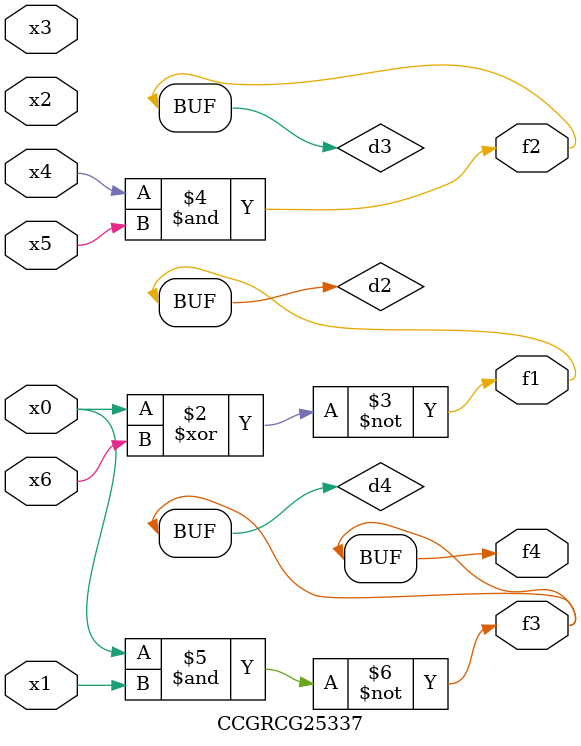
<source format=v>
module CCGRCG25337(
	input x0, x1, x2, x3, x4, x5, x6,
	output f1, f2, f3, f4
);

	wire d1, d2, d3, d4;

	nor (d1, x0);
	xnor (d2, x0, x6);
	and (d3, x4, x5);
	nand (d4, x0, x1);
	assign f1 = d2;
	assign f2 = d3;
	assign f3 = d4;
	assign f4 = d4;
endmodule

</source>
